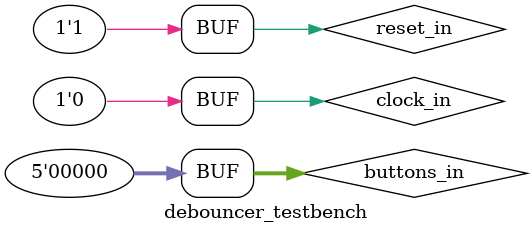
<source format=v>
`timescale 1ns / 1ps


module debouncer_testbench(
    );
    reg clock_in, reset_in;
    reg [4:0] buttons_in;
    wire [4:0] buttons_out;
    
    debouncer DB(.clock_in(clock_in), .reset_in(reset_in), .buttons_in(buttons_in), .buttons_out(buttons_out));
    
    initial begin
    clock_in = 1'b0;
    reset_in = 1'b1; 
    buttons_in = 5'b00000;
    end
    
    always begin
    #1 clock_in = 1'b1;
    #1 clock_in = 1'b0;
    end
   
    
    always begin
    #1 buttons_in[3] = 1'b1;
    #1 buttons_in[3] = 1'b0;
    end
    
    
    always begin
    #100 reset_in = 1'b0;
    #10 reset_in = 1'b1;
    
    end
endmodule
</source>
